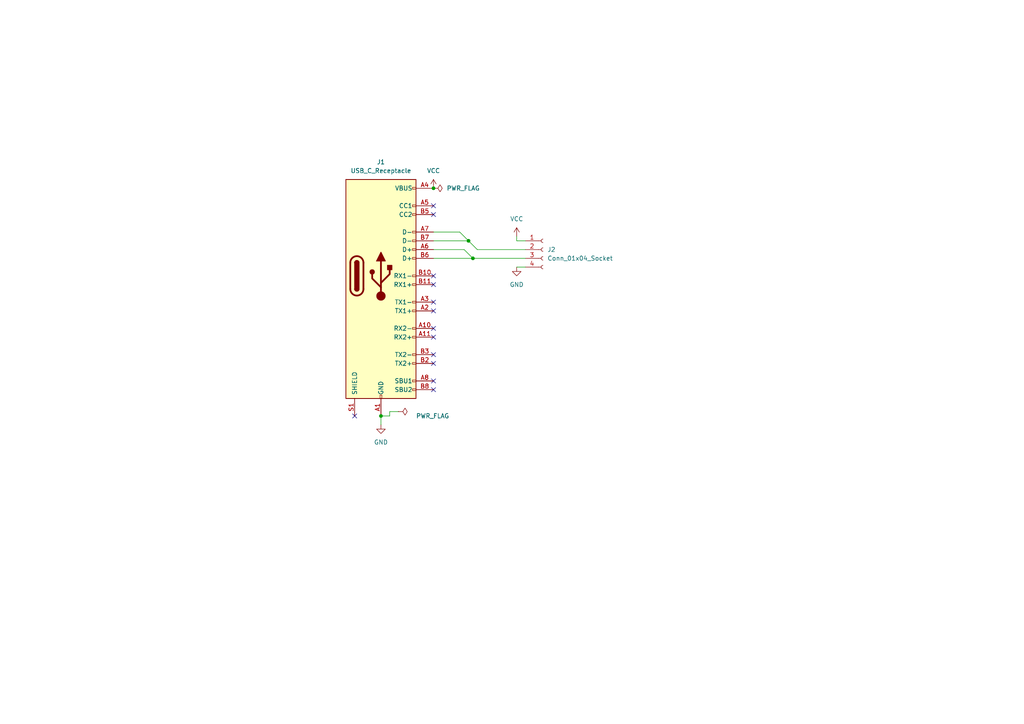
<source format=kicad_sch>
(kicad_sch (version 20230121) (generator eeschema)
  (paper "A4")
  (lib_symbols
    (symbol "Connector:Conn_01x04_Socket" (pin_names (offset 1.016) hide)
      (property "Reference" "J" (at 0 5.08 0))
      (property "Value" "Conn_01x04_Socket" (at 0 -7.62 0))
      (symbol "Conn_01x04_Socket_1_1"
        (arc (start 0 -4.572) (mid -0.5058 -5.08) (end 0 -5.588) (stroke (width 0.1524)))
        (arc (start 0 -2.032) (mid -0.5058 -2.54) (end 0 -3.048) (stroke (width 0.1524)))
        (polyline (pts (xy -1.27 -5.08) (xy -0.508 -5.08)) (stroke (width 0.1524)))
        (polyline (pts (xy -1.27 -2.54) (xy -0.508 -2.54)) (stroke (width 0.1524)))
        (polyline (pts (xy -1.27 0) (xy -0.508 0)) (stroke (width 0.1524)))
        (polyline (pts (xy -1.27 2.54) (xy -0.508 2.54)) (stroke (width 0.1524)))
        (arc (start 0 0.508) (mid -0.5058 0) (end 0 -0.508) (stroke (width 0.1524)))
        (arc (start 0 3.048) (mid -0.5058 2.54) (end 0 2.032) (stroke (width 0.1524)))
        (pin passive line (at -5.08 2.54 0) (length 3.81) (name "Pin_1") (number "1"))
        (pin passive line (at -5.08 0 0) (length 3.81) (name "Pin_2") (number "2"))
        (pin passive line (at -5.08 -2.54 0) (length 3.81) (name "Pin_3") (number "3"))
        (pin passive line (at -5.08 -5.08 0) (length 3.81) (name "Pin_4") (number "4"))
      )
    )
    (symbol "Connector:USB_C_Receptacle" (pin_names (offset 1.016))
      (property "Reference" "J" (at -10.16 29.21 0))
      (property "Value" "USB_C_Receptacle" (at 10.16 29.21 0))
      (symbol "USB_C_Receptacle_0_0"
        (rectangle (start -0.254 -35.56) (end 0.254 -34.544))
        (rectangle (start 10.16 -32.766) (end 9.144 -33.274))
        (rectangle (start 10.16 -30.226) (end 9.144 -30.734))
        (rectangle (start 10.16 -25.146) (end 9.144 -25.654))
        (rectangle (start 10.16 -22.606) (end 9.144 -23.114))
        (rectangle (start 10.16 -17.526) (end 9.144 -18.034))
        (rectangle (start 10.16 -14.986) (end 9.144 -15.494))
        (rectangle (start 10.16 -9.906) (end 9.144 -10.414))
        (rectangle (start 10.16 -7.366) (end 9.144 -7.874))
        (rectangle (start 10.16 -2.286) (end 9.144 -2.794))
        (rectangle (start 10.16 0.254) (end 9.144 -0.254))
        (rectangle (start 10.16 5.334) (end 9.144 4.826))
        (rectangle (start 10.16 7.874) (end 9.144 7.366))
        (rectangle (start 10.16 10.414) (end 9.144 9.906))
        (rectangle (start 10.16 12.954) (end 9.144 12.446))
        (rectangle (start 10.16 18.034) (end 9.144 17.526))
        (rectangle (start 10.16 20.574) (end 9.144 20.066))
        (rectangle (start 10.16 25.654) (end 9.144 25.146))
      )
      (symbol "USB_C_Receptacle_0_1"
        (rectangle (start -10.16 27.94) (end 10.16 -35.56) (stroke (width 0.254)) (fill (type background)))
        (arc (start -8.89 -3.81) (mid -6.985 -5.7067) (end -5.08 -3.81) (stroke (width 0.508)))
        (arc (start -7.62 -3.81) (mid -6.985 -4.4423) (end -6.35 -3.81) (stroke (width 0.254)))
        (arc (start -7.62 -3.81) (mid -6.985 -4.4423) (end -6.35 -3.81) (stroke (width 0.254)) (fill (type outline)))
        (rectangle (start -7.62 -3.81) (end -6.35 3.81) (stroke (width 0.254)) (fill (type outline)))
        (arc (start -6.35 3.81) (mid -6.985 4.4423) (end -7.62 3.81) (stroke (width 0.254)))
        (arc (start -6.35 3.81) (mid -6.985 4.4423) (end -7.62 3.81) (stroke (width 0.254)) (fill (type outline)))
        (arc (start -5.08 3.81) (mid -6.985 5.7067) (end -8.89 3.81) (stroke (width 0.508)))
        (polyline (pts (xy -8.89 -3.81) (xy -8.89 3.81)) (stroke (width 0.508)))
        (polyline (pts (xy -5.08 3.81) (xy -5.08 -3.81)) (stroke (width 0.508)))
      )
      (symbol "USB_C_Receptacle_1_1"
        (circle (center -2.54 1.143) (radius 0.635) (stroke (width 0.254)) (fill (type outline)))
        (circle (center 0 -5.842) (radius 1.27) (fill (type outline)))
        (polyline (pts (xy 0 -5.842) (xy 0 4.318)) (stroke (width 0.508)))
        (polyline (pts (xy 0 -3.302) (xy -2.54 -0.762) (xy -2.54 0.508)) (stroke (width 0.508)))
        (polyline (pts (xy 0 -2.032) (xy 2.54 0.508) (xy 2.54 1.778)) (stroke (width 0.508)))
        (polyline (pts (xy -1.27 4.318) (xy 0 6.858) (xy 1.27 4.318) (xy -1.27 4.318)) (stroke (width 0.254)) (fill (type outline)))
        (rectangle (start 1.905 1.778) (end 3.175 3.048) (stroke (width 0.254)) (fill (type outline)))
        (pin passive line (at 0 -40.64 90) (length 5.08) (name "GND") (number "A1"))
        (pin bidirectional line (at 15.24 -15.24 180) (length 5.08) (name "RX2-") (number "A10"))
        (pin bidirectional line (at 15.24 -17.78 180) (length 5.08) (name "RX2+") (number "A11"))
        (pin passive line (at 0 -40.64 90) (length 5.08) hide (name "GND") (number "A12"))
        (pin bidirectional line (at 15.24 -10.16 180) (length 5.08) (name "TX1+") (number "A2"))
        (pin bidirectional line (at 15.24 -7.62 180) (length 5.08) (name "TX1-") (number "A3"))
        (pin passive line (at 15.24 25.4 180) (length 5.08) (name "VBUS") (number "A4"))
        (pin bidirectional line (at 15.24 20.32 180) (length 5.08) (name "CC1") (number "A5"))
        (pin bidirectional line (at 15.24 7.62 180) (length 5.08) (name "D+") (number "A6"))
        (pin bidirectional line (at 15.24 12.7 180) (length 5.08) (name "D-") (number "A7"))
        (pin bidirectional line (at 15.24 -30.48 180) (length 5.08) (name "SBU1") (number "A8"))
        (pin passive line (at 15.24 25.4 180) (length 5.08) hide (name "VBUS") (number "A9"))
        (pin passive line (at 0 -40.64 90) (length 5.08) hide (name "GND") (number "B1"))
        (pin bidirectional line (at 15.24 0 180) (length 5.08) (name "RX1-") (number "B10"))
        (pin bidirectional line (at 15.24 -2.54 180) (length 5.08) (name "RX1+") (number "B11"))
        (pin passive line (at 0 -40.64 90) (length 5.08) hide (name "GND") (number "B12"))
        (pin bidirectional line (at 15.24 -25.4 180) (length 5.08) (name "TX2+") (number "B2"))
        (pin bidirectional line (at 15.24 -22.86 180) (length 5.08) (name "TX2-") (number "B3"))
        (pin passive line (at 15.24 25.4 180) (length 5.08) hide (name "VBUS") (number "B4"))
        (pin bidirectional line (at 15.24 17.78 180) (length 5.08) (name "CC2") (number "B5"))
        (pin bidirectional line (at 15.24 5.08 180) (length 5.08) (name "D+") (number "B6"))
        (pin bidirectional line (at 15.24 10.16 180) (length 5.08) (name "D-") (number "B7"))
        (pin bidirectional line (at 15.24 -33.02 180) (length 5.08) (name "SBU2") (number "B8"))
        (pin passive line (at 15.24 25.4 180) (length 5.08) hide (name "VBUS") (number "B9"))
        (pin passive line (at -7.62 -40.64 90) (length 5.08) (name "SHIELD") (number "S1"))
      )
    )
    (symbol "power:GND" (power) (pin_names (offset 0))
      (property "Value" "GND" (at 0 -3.81 0))
      (symbol "GND_0_1"
        (polyline (pts (xy 0 0) (xy 0 -1.27) (xy 1.27 -1.27) (xy 0 -2.54) (xy -1.27 -1.27) (xy 0 -1.27)))
      )
      (symbol "GND_1_1"
        (pin power_in line (at 0 0 270) (length 0) hide (name "GND") (number "1"))
      )
    )
    (symbol "power:PWR_FLAG" (power) (pin_numbers hide) (pin_names (offset 0) hide)
      (property "Value" "PWR_FLAG" (at 0 3.81 0))
      (symbol "PWR_FLAG_0_0"
        (pin power_out line (at 0 0 90) (length 0) (name "pwr") (number "1"))
      )
      (symbol "PWR_FLAG_0_1"
        (polyline (pts (xy 0 0) (xy 0 1.27) (xy -1.016 1.905) (xy 0 2.54) (xy 1.016 1.905) (xy 0 1.27)))
      )
    )
    (symbol "power:VCC" (power) (pin_names (offset 0))
      (property "Value" "VCC" (at 0 3.81 0))
      (symbol "VCC_0_1"
        (polyline (pts (xy -0.762 1.27) (xy 0 2.54)))
        (polyline (pts (xy 0 0) (xy 0 2.54)))
        (polyline (pts (xy 0 2.54) (xy 0.762 1.27)))
      )
      (symbol "VCC_1_1"
        (pin power_in line (at 0 0 90) (length 0) hide (name "VCC") (number "1"))
      )
    )
  )
  (junction (at 125.73 54.61))
  (junction (at 135.89 69.85))
  (junction (at 110.49 120.65))
  (junction (at 137.16 74.93))
  (no_connect (at 125.73 80.01))
  (no_connect (at 125.73 62.23))
  (no_connect (at 125.73 105.41))
  (no_connect (at 125.73 59.69))
  (no_connect (at 125.73 90.17))
  (no_connect (at 125.73 95.25))
  (no_connect (at 125.73 110.49))
  (no_connect (at 125.73 87.63))
  (no_connect (at 125.73 113.03))
  (no_connect (at 125.73 97.79))
  (no_connect (at 102.87 120.65))
  (no_connect (at 125.73 82.55))
  (no_connect (at 125.73 102.87))
  (wire (pts (xy 110.49 120.65) (xy 113.03 120.65)))
  (wire (pts (xy 133.35 67.31) (xy 135.89 69.85)))
  (wire (pts (xy 113.03 119.38) (xy 115.57 119.38)))
  (wire (pts (xy 125.73 72.39) (xy 134.62 72.39)))
  (wire (pts (xy 125.73 67.31) (xy 133.35 67.31)))
  (wire (pts (xy 110.49 123.19) (xy 110.49 120.65)))
  (wire (pts (xy 113.03 119.38) (xy 113.03 120.65)))
  (wire (pts (xy 138.43 72.39) (xy 152.4 72.39)))
  (wire (pts (xy 137.16 74.93) (xy 152.4 74.93)))
  (wire (pts (xy 125.73 74.93) (xy 137.16 74.93)))
  (wire (pts (xy 149.86 68.58) (xy 149.86 69.85)))
  (wire (pts (xy 134.62 72.39) (xy 137.16 74.93)))
  (wire (pts (xy 149.86 69.85) (xy 152.4 69.85)))
  (wire (pts (xy 149.86 77.47) (xy 152.4 77.47)))
  (wire (pts (xy 135.89 69.85) (xy 138.43 72.39)))
  (wire (pts (xy 125.73 69.85) (xy 135.89 69.85)))
  (symbol (lib_id "power:GND") (at 149.86 77.47 0) (unit 1)
    (property "Reference" "#PWR04" (effects hide))
    (property "Value" "GND" (at 149.86 82.55 0))
  )
  (symbol (lib_id "Connector:USB_C_Receptacle") (at 110.49 80.01 0) (unit 1)
    (property "Reference" "J1" (at 110.49 46.99 0))
    (property "Value" "USB_C_Receptacle" (at 110.49 49.53 0))
    (property "Footprint" "Connector_USB:USB_C_Receptacle_G-Switch_GT-USB-7010ASV" (effects hide))
    (property "Datasheet" "https://www.usb.org/sites/default/files/documents/usb_type-c.zip" (effects hide))
  )
  (symbol (lib_id "Connector:Conn_01x04_Socket") (at 157.48 72.39 0) (unit 1)
    (property "Reference" "J2" (at 158.75 72.39 0) (effects (justify left)))
    (property "Value" "Conn_01x04_Socket" (at 158.75 74.93 0) (effects (justify left)))
    (property "Footprint" "Connector_PinSocket_2.54mm:PinSocket_1x04_P2.54mm_Vertical" (effects hide))
  )
  (symbol (lib_id "power:VCC") (at 149.86 68.58 0) (unit 1)
    (property "Reference" "#PWR03" (effects hide))
    (property "Value" "VCC" (at 149.86 63.5 0))
  )
  (symbol (lib_id "power:PWR_FLAG") (at 125.73 54.61 270) (unit 1)
    (property "Reference" "#FLG01" (effects hide))
    (property "Value" "PWR_FLAG" (at 129.54 54.61 90) (effects (justify left)))
  )
  (symbol (lib_id "power:GND") (at 110.49 123.19 0) (unit 1)
    (property "Reference" "#PWR02" (effects hide))
    (property "Value" "GND" (at 110.49 128.27 0))
  )
  (symbol (lib_id "power:PWR_FLAG") (at 115.57 119.38 270) (unit 1)
    (property "Reference" "#FLG02" (effects hide))
    (property "Value" "PWR_FLAG" (at 120.65 120.65 90) (effects (justify left)))
  )
  (symbol (lib_id "power:VCC") (at 125.73 54.61 0) (unit 1)
    (property "Reference" "#PWR01" (effects hide))
    (property "Value" "VCC" (at 125.73 49.53 0))
  )
)
</source>
